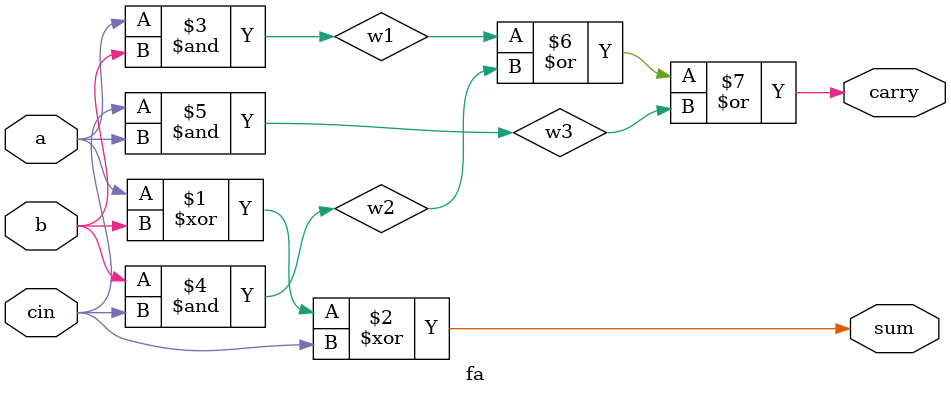
<source format=v>
module fa(
 input a,b,cin,
 output sum,carry
 );
 
 wire w1,w2,w3;
 
 // to pass the output values from one gate output to other gate input.

 
  assign sum = a ^ b ^ cin;
  
  assign w1 = a &b;
  assign w2 = b & cin;
  assign w3 = cin & a;
  
  assign carry = w1 | w2 | w3;
  
  //assign carry = a&b |  b & cin | cin & a;
 
endmodule


 
 
</source>
